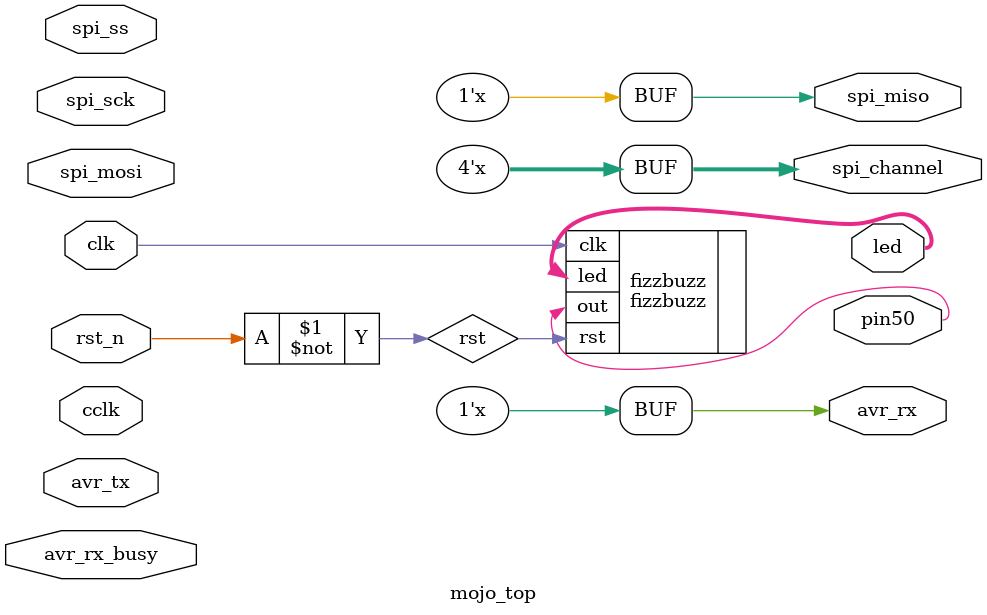
<source format=v>

module mojo_top(
    // 50MHz clock input
    input clk,
    // Input from reset button (active low)
    input rst_n,
    // cclk input from AVR, high when AVR is ready
    input cclk,
    // Outputs to the 8 onboard LEDs
    output[7:0]led,
    // AVR SPI connections
    output spi_miso,
    input spi_ss,
    input spi_mosi,
    input spi_sck,
    // AVR ADC channel select
    output [3:0] spi_channel,
    // Serial connections
    input avr_tx, // AVR Tx => FPGA Rx
    output avr_rx, // AVR Rx => FPGA Tx
    input avr_rx_busy, // AVR Rx buffer full
	 output pin50
    );

wire rst = ~rst_n; // make reset active high

// these signals should be high-z when not used
assign spi_miso = 1'bz;
assign avr_rx = 1'bz;
assign spi_channel = 4'bzzzz;

// Main loop for FizzBuzz
fizzbuzz fizzbuzz(
  .clk(clk),
  .rst(rst),
  .led(led),
  .out(pin50)
  );

endmodule
</source>
